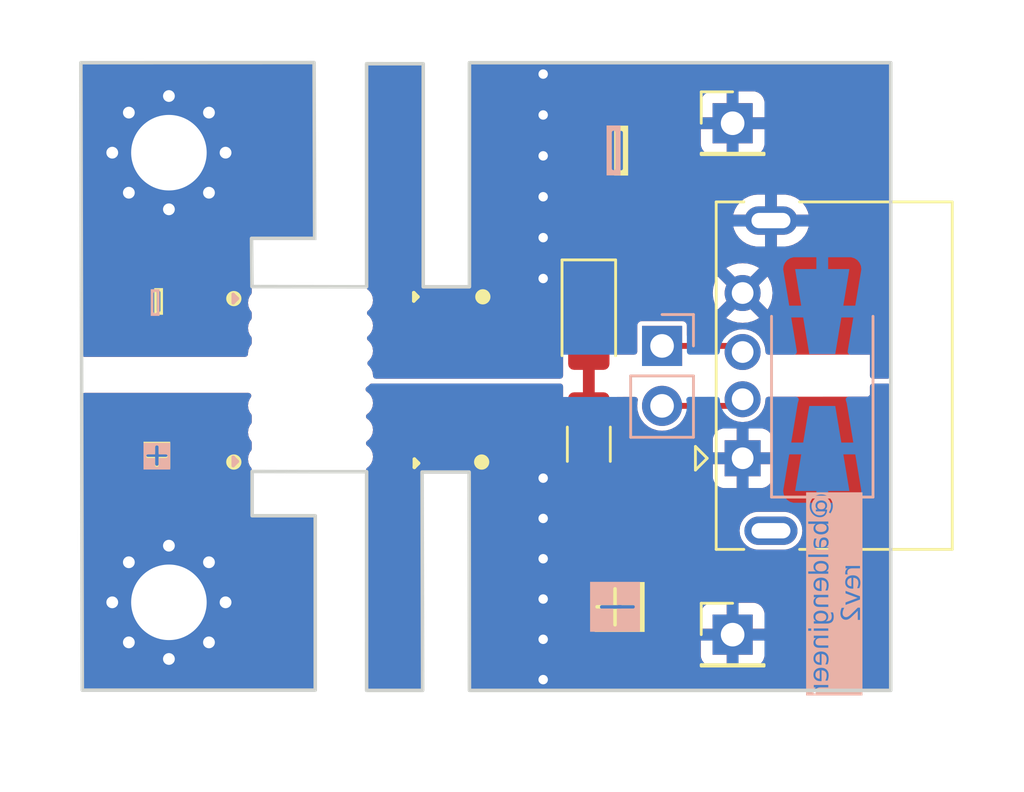
<source format=kicad_pcb>
(kicad_pcb (version 20240108) (generator "pcbnew") (generator_version "8.0")
  (layers (0 "F.Cu" signal) (31 "B.Cu" signal) (34 "B.Paste" user) (35 "F.Paste" user) (36 "B.SilkS" user "B.Silkscreen") (37 "F.SilkS" user "F.Silkscreen") (38 "B.Mask" user) (39 "F.Mask" user) (44 "Edge.Cuts" user))
  (net 0 "")
  (net 1 "GND")
  (net 2 "Net-(J1-D-)")
  (net 3 "Net-(J1-D+)")
  (net 4 "/Positive")
  (net 5 "Net-(D1-A)")
  (footprint "My Libraries:25mil_Hole" (layer "F.Cu") (at 133.05 98.625)
    (property "Reference" "REF**" (hide yes))
    (property "Value" "25mil_Hole")
    (pad "" np_thru_hole circle (at -0.127 -0.2032) (size 0.635 0.635) (drill 0.635) (layers "*.Cu" "*.Mask"))
  )
  (footprint "" (layer "F.Cu") (at 137.075 96.172884)
    (property "Reference" "" (at 0 0 0) (layer "F.SilkS") (effects (font (size 1.27 1.27))))
    (property "Value" "" (at 0 0 0) (layer "F.SilkS") (effects (font (size 1.27 1.27))))
    (pad "" np_thru_hole circle (at 0 0) (size 0.635 0.635) (drill 0.635) (layers "*.Cu" "*.Mask"))
  )
  (footprint "My Libraries:25mil_Hole" (layer "F.Cu") (at 131.943024 99.5432)
    (property "Reference" "REF**" (hide yes))
    (property "Value" "25mil_Hole")
    (pad "" np_thru_hole circle (at -0.127 -0.2032) (size 0.635 0.635) (drill 0.635) (layers "*.Cu" "*.Mask"))
  )
  (footprint "My Libraries:25mil_Hole" (layer "F.Cu") (at 133.05 97.55312)
    (property "Reference" "REF**" (hide yes))
    (property "Value" "25mil_Hole")
    (pad "" np_thru_hole circle (at -0.127 -0.2032) (size 0.635 0.635) (drill 0.635) (layers "*.Cu" "*.Mask"))
  )
  (footprint "Connector_PinHeader_2.54mm:PinHeader_1x01_P2.54mm_Vertical" (layer "F.Cu") (at 152.8826 88.6714)
    (property "Reference" "J3" (hide yes))
    (property "Value" "Negative")
    (fp_line (start -1.33 -1.33) (end 0 -1.33) (stroke (width 0.12)) (layer "F.SilkS"))
    (fp_line (start -1.33 0) (end -1.33 -1.33) (stroke (width 0.12)) (layer "F.SilkS"))
    (fp_line (start -1.33 1.27) (end -1.33 1.33) (stroke (width 0.12)) (layer "F.SilkS"))
    (fp_line (start -1.33 1.27) (end 1.33 1.27) (stroke (width 0.12)) (layer "F.SilkS"))
    (fp_line (start -1.33 1.33) (end 1.33 1.33) (stroke (width 0.12)) (layer "F.SilkS"))
    (fp_line (start 1.33 1.27) (end 1.33 1.33) (stroke (width 0.12)) (layer "F.SilkS"))
    (pad "1" thru_hole rect (at 0 0) (size 1.7 1.7) (drill 1) (layers "*.Cu" "*.Mask") (net 1 "GND"))
  )
  (footprint "My Libraries:25mil_Hole" (layer "F.Cu") (at 133.05 99.6)
    (property "Reference" "REF**" (hide yes))
    (property "Value" "25mil_Hole")
    (pad "" np_thru_hole circle (at -0.127 -0.2032) (size 0.635 0.635) (drill 0.635) (layers "*.Cu" "*.Mask"))
  )
  (footprint "MountingHole:MountingHole_3.2mm_M3_Pad_Via" (layer "F.Cu") (at 129.000138 108.96825)
    (property "Reference" "H1" (hide yes))
    (property "Value" "Positive")
    (pad "1" thru_hole circle (at -2.4 0) (size 0.8 0.8) (drill 0.5) (layers "*.Cu" "*.Mask") (net 4 "/Positive"))
    (pad "1" thru_hole circle (at -1.697056 -1.697056) (size 0.8 0.8) (drill 0.5) (layers "*.Cu" "*.Mask") (net 4 "/Positive"))
    (pad "1" thru_hole circle (at -1.697056 1.697056) (size 0.8 0.8) (drill 0.5) (layers "*.Cu" "*.Mask") (net 4 "/Positive"))
    (pad "1" thru_hole circle (at 0 -2.4) (size 0.8 0.8) (drill 0.5) (layers "*.Cu" "*.Mask") (net 4 "/Positive"))
    (pad "1" thru_hole circle (at 0 0) (size 6.4 6.4) (drill 3.2) (layers "*.Cu" "*.Mask") (net 4 "/Positive"))
    (pad "1" thru_hole circle (at 0 2.4) (size 0.8 0.8) (drill 0.5) (layers "*.Cu" "*.Mask") (net 4 "/Positive"))
    (pad "1" thru_hole circle (at 1.697056 -1.697056) (size 0.8 0.8) (drill 0.5) (layers "*.Cu" "*.Mask") (net 4 "/Positive"))
    (pad "1" thru_hole circle (at 1.697056 1.697056) (size 0.8 0.8) (drill 0.5) (layers "*.Cu" "*.Mask") (net 4 "/Positive"))
    (pad "1" thru_hole circle (at 2.4 0) (size 0.8 0.8) (drill 0.5) (layers "*.Cu" "*.Mask") (net 4 "/Positive"))
  )
  (footprint "" (layer "F.Cu") (at 137.075 102.797952)
    (property "Reference" "" (at 0 0 0) (layer "F.SilkS") (effects (font (size 1.27 1.27))))
    (property "Value" "" (at 0 0 0) (layer "F.SilkS") (effects (font (size 1.27 1.27))))
    (pad "" np_thru_hole circle (at 0 0) (size 0.635 0.635) (drill 0.635) (layers "*.Cu" "*.Mask"))
  )
  (footprint "" (layer "F.Cu") (at 137.075 98.316644)
    (property "Reference" "" (at 0 0 0) (layer "F.SilkS") (effects (font (size 1.27 1.27))))
    (property "Value" "" (at 0 0 0) (layer "F.SilkS") (effects (font (size 1.27 1.27))))
    (pad "" np_thru_hole circle (at 0 0) (size 0.635 0.635) (drill 0.635) (layers "*.Cu" "*.Mask"))
  )
  (footprint "My Libraries:USB_A_GCT_USB1125" (layer "F.Cu") (at 153.3065 102.8648 90)
    (property "Reference" "J1" (hide yes))
    (property "Value" "USB_A")
    (fp_line (start 0.5 -2) (end -0.5 -2) (stroke (width 0.12)) (layer "F.SilkS"))
    (fp_line (start -0.5 -2) (end 0 -1.5) (stroke (width 0.12)) (layer "F.SilkS"))
    (fp_line (start 0 -1.5) (end 0.5 -2) (stroke (width 0.12)) (layer "F.SilkS"))
    (fp_line (start -3.86 -1.12) (end 10.86 -1.12) (stroke (width 0.12)) (layer "F.SilkS"))
    (fp_line (start -3.86 -1.12) (end -3.86 0.0508) (stroke (width 0.12)) (layer "F.SilkS"))
    (fp_line (start 10.86 0.0508) (end 10.86 -1.12) (stroke (width 0.12)) (layer "F.SilkS"))
    (fp_line (start 10.86 2.413) (end 10.86 8.88) (stroke (width 0.12)) (layer "F.SilkS"))
    (fp_line (start -3.86 2.413) (end -3.86 8.88) (stroke (width 0.12)) (layer "F.SilkS"))
    (fp_line (start -3.86 8.88) (end 10.86 8.88) (stroke (width 0.12)) (layer "F.SilkS"))
    (pad "1" thru_hole rect (at 0 0 90) (size 1.524 1.524) (drill 0.92) (layers "*.Cu" "*.Mask") (net 4 "/Positive"))
    (pad "2" thru_hole circle (at 2.5 0 90) (size 1.524 1.524) (drill 0.92) (layers "*.Cu" "*.Mask") (net 2 "Net-(J1-D-)"))
    (pad "3" thru_hole circle (at 4.5 0 90) (size 1.524 1.524) (drill 0.92) (layers "*.Cu" "*.Mask") (net 3 "Net-(J1-D+)"))
    (pad "4" thru_hole circle (at 7 0 90) (size 1.524 1.524) (drill 0.92) (layers "*.Cu" "*.Mask") (net 1 "GND"))
    (pad "5" thru_hole oval (at -3.07 1.2 90) (size 1.2 2.25) (drill oval 0.65 1.65) (layers "*.Cu" "*.Mask") (net 1 "GND"))
    (pad "5" thru_hole oval (at 10.07 1.2 90) (size 1.2 2.25) (drill oval 0.65 1.65) (layers "*.Cu" "*.Mask") (net 1 "GND"))
  )
  (footprint "" (layer "F.Cu") (at 137.075 97.244764)
    (property "Reference" "" (at 0 0 0) (layer "F.SilkS") (effects (font (size 1.27 1.27))))
    (property "Value" "" (at 0 0 0) (layer "F.SilkS") (effects (font (size 1.27 1.27))))
    (pad "" np_thru_hole circle (at 0 0) (size 0.635 0.635) (drill 0.635) (layers "*.Cu" "*.Mask"))
  )
  (footprint "" (layer "F.Cu") (at 137.075 99.363124)
    (property "Reference" "" (at 0 0 0) (layer "F.SilkS") (effects (font (size 1.27 1.27))))
    (property "Value" "" (at 0 0 0) (layer "F.SilkS") (effects (font (size 1.27 1.27))))
    (pad "" np_thru_hole circle (at 0 0) (size 0.635 0.635) (drill 0.635) (layers "*.Cu" "*.Mask"))
  )
  (footprint "Connector_PinHeader_2.54mm:PinHeader_1x01_P2.54mm_Vertical" (layer "F.Cu") (at 152.8826 110.3376)
    (property "Reference" "J2" (hide yes))
    (property "Value" "Positive")
    (fp_line (start -1.33 -1.33) (end 0 -1.33) (stroke (width 0.12)) (layer "F.SilkS"))
    (fp_line (start -1.33 0) (end -1.33 -1.33) (stroke (width 0.12)) (layer "F.SilkS"))
    (fp_line (start -1.33 1.27) (end -1.33 1.33) (stroke (width 0.12)) (layer "F.SilkS"))
    (fp_line (start -1.33 1.27) (end 1.33 1.27) (stroke (width 0.12)) (layer "F.SilkS"))
    (fp_line (start -1.33 1.33) (end 1.33 1.33) (stroke (width 0.12)) (layer "F.SilkS"))
    (fp_line (start 1.33 1.27) (end 1.33 1.33) (stroke (width 0.12)) (layer "F.SilkS"))
    (pad "1" thru_hole rect (at 0 0) (size 1.7 1.7) (drill 1) (layers "*.Cu" "*.Mask") (net 4 "/Positive"))
  )
  (footprint "My Libraries:25mil_Hole" (layer "F.Cu") (at 130.781518 99.5432)
    (property "Reference" "REF**" (hide yes))
    (property "Value" "25mil_Hole")
    (pad "" np_thru_hole circle (at -0.127 -0.2032) (size 0.635 0.635) (drill 0.635) (layers "*.Cu" "*.Mask"))
  )
  (footprint "" (layer "F.Cu") (at 137.075 101.661476)
    (property "Reference" "" (at 0 0 0) (layer "F.SilkS") (effects (font (size 1.27 1.27))))
    (property "Value" "" (at 0 0 0) (layer "F.SilkS") (effects (font (size 1.27 1.27))))
    (pad "" np_thru_hole circle (at 0 0) (size 0.635 0.635) (drill 0.635) (layers "*.Cu" "*.Mask"))
  )
  (footprint "Resistor_SMD:R_1206_3216Metric_Pad1.30x1.75mm_HandSolder" (layer "F.Cu") (at 146.79 102.27 90)
    (property "Reference" "R1" (hide yes))
    (property "Value" "1k")
    (fp_line (start -0.727064 -0.91) (end 0.727064 -0.91) (stroke (width 0.12)) (layer "F.SilkS"))
    (fp_line (start -0.727064 0.91) (end 0.727064 0.91) (stroke (width 0.12)) (layer "F.SilkS"))
    (pad "1" smd roundrect (at -1.55 0 90) (size 1.3 1.75) (layers "F.Cu" "F.Paste" "F.Mask") (roundrect_rratio 0.1923076923) (net 4 "/Positive"))
    (pad "2" smd roundrect (at 1.55 0 90) (size 1.3 1.75) (layers "F.Cu" "F.Paste" "F.Mask") (roundrect_rratio 0.1923076923) (net 5 "Net-(D1-A)"))
  )
  (footprint "My Libraries:25mil_Hole" (layer "F.Cu") (at 133.05 103.106308)
    (property "Reference" "REF**" (hide yes))
    (property "Value" "25mil_Hole")
    (pad "" np_thru_hole circle (at -0.127 -0.2032) (size 0.635 0.635) (drill 0.635) (layers "*.Cu" "*.Mask"))
  )
  (footprint "My Libraries:25mil_Hole" (layer "F.Cu") (at 133.05 96.48124)
    (property "Reference" "REF**" (hide yes))
    (property "Value" "25mil_Hole")
    (pad "" np_thru_hole circle (at -0.127 -0.2032) (size 0.635 0.635) (drill 0.635) (layers "*.Cu" "*.Mask"))
  )
  (footprint "MountingHole:MountingHole_3.2mm_M3_Pad_Via" (layer "F.Cu") (at 129.000138 89.91825)
    (property "Reference" "H2" (hide yes))
    (property "Value" "Negative")
    (pad "1" thru_hole circle (at -2.4 0) (size 0.8 0.8) (drill 0.5) (layers "*.Cu" "*.Mask") (net 1 "GND"))
    (pad "1" thru_hole circle (at -1.697056 -1.697056) (size 0.8 0.8) (drill 0.5) (layers "*.Cu" "*.Mask") (net 1 "GND"))
    (pad "1" thru_hole circle (at -1.697056 1.697056) (size 0.8 0.8) (drill 0.5) (layers "*.Cu" "*.Mask") (net 1 "GND"))
    (pad "1" thru_hole circle (at 0 -2.4) (size 0.8 0.8) (drill 0.5) (layers "*.Cu" "*.Mask") (net 1 "GND"))
    (pad "1" thru_hole circle (at 0 0) (size 6.4 6.4) (drill 3.2) (layers "*.Cu" "*.Mask") (net 1 "GND"))
    (pad "1" thru_hole circle (at 0 2.4) (size 0.8 0.8) (drill 0.5) (layers "*.Cu" "*.Mask") (net 1 "GND"))
    (pad "1" thru_hole circle (at 1.697056 -1.697056) (size 0.8 0.8) (drill 0.5) (layers "*.Cu" "*.Mask") (net 1 "GND"))
    (pad "1" thru_hole circle (at 1.697056 1.697056) (size 0.8 0.8) (drill 0.5) (layers "*.Cu" "*.Mask") (net 1 "GND"))
    (pad "1" thru_hole circle (at 2.4 0) (size 0.8 0.8) (drill 0.5) (layers "*.Cu" "*.Mask") (net 1 "GND"))
  )
  (footprint "My Libraries:25mil_Hole" (layer "F.Cu") (at 128.458506 99.5432)
    (property "Reference" "REF**" (hide yes))
    (property "Value" "25mil_Hole")
    (pad "" np_thru_hole circle (at -0.127 -0.2032) (size 0.635 0.635) (drill 0.635) (layers "*.Cu" "*.Mask"))
  )
  (footprint "" (layer "F.Cu") (at 137.075 100.525)
    (property "Reference" "" (at 0 0 0) (layer "F.SilkS") (effects (font (size 1.27 1.27))))
    (property "Value" "" (at 0 0 0) (layer "F.SilkS") (effects (font (size 1.27 1.27))))
    (pad "" np_thru_hole circle (at 0 0) (size 0.635 0.635) (drill 0.635) (layers "*.Cu" "*.Mask"))
  )
  (footprint "My Libraries:25mil_Hole" (layer "F.Cu") (at 126.135494 99.5432)
    (property "Reference" "REF**" (hide yes))
    (property "Value" "25mil_Hole")
    (pad "" np_thru_hole circle (at -0.127 -0.2032) (size 0.635 0.635) (drill 0.635) (layers "*.Cu" "*.Mask"))
  )
  (footprint "My Libraries:25mil_Hole" (layer "F.Cu") (at 127.297 99.5432)
    (property "Reference" "REF**" (hide yes))
    (property "Value" "25mil_Hole")
    (pad "" np_thru_hole circle (at -0.127 -0.2032) (size 0.635 0.635) (drill 0.635) (layers "*.Cu" "*.Mask"))
  )
  (footprint "My Libraries:25mil_Hole" (layer "F.Cu") (at 133.05 100.833356)
    (property "Reference" "REF**" (hide yes))
    (property "Value" "25mil_Hole")
    (pad "" np_thru_hole circle (at -0.127 -0.2032) (size 0.635 0.635) (drill 0.635) (layers "*.Cu" "*.Mask"))
  )
  (footprint "My Libraries:25mil_Hole" (layer "F.Cu") (at 133.05 101.969832)
    (property "Reference" "REF**" (hide yes))
    (property "Value" "25mil_Hole")
    (pad "" np_thru_hole circle (at -0.127 -0.2032) (size 0.635 0.635) (drill 0.635) (layers "*.Cu" "*.Mask"))
  )
  (footprint "LED_SMD:LED_1206_3216Metric_Pad1.42x1.75mm_HandSolder" (layer "F.Cu") (at 146.79 96.92 -90)
    (property "Reference" "D1" (hide yes))
    (property "Value" "Green")
    (fp_line (start -2.46 1.135) (end 1.6 1.135) (stroke (width 0.12)) (layer "F.SilkS"))
    (fp_line (start -2.46 -1.135) (end -2.46 1.135) (stroke (width 0.12)) (layer "F.SilkS"))
    (fp_line (start 1.6 -1.135) (end -2.46 -1.135) (stroke (width 0.12)) (layer "F.SilkS"))
    (pad "1" smd roundrect (at -1.4875 0 270) (size 1.425 1.75) (layers "F.Cu" "F.Paste" "F.Mask") (roundrect_rratio 0.1754392982) (net 1 "GND"))
    (pad "2" smd roundrect (at 1.4875 0 270) (size 1.425 1.75) (layers "F.Cu" "F.Paste" "F.Mask") (roundrect_rratio 0.1754392982) (net 5 "Net-(D1-A)"))
  )
  (footprint "My Libraries:25mil_Hole" (layer "F.Cu") (at 129.620012 99.5432)
    (property "Reference" "REF**" (hide yes))
    (property "Value" "25mil_Hole")
    (pad "" np_thru_hole circle (at -0.127 -0.2032) (size 0.635 0.635) (drill 0.635) (layers "*.Cu" "*.Mask"))
  )
  (footprint "Connector_PinHeader_2.54mm:PinHeader_1x02_P2.54mm_Vertical" (layer "B.Cu") (at 149.89325 98.1058 180)
    (property "Reference" "J4" (hide yes))
    (property "Value" "Data")
    (fp_line (start 1.33 -1.27) (end 1.33 -3.87) (stroke (width 0.12)) (layer "B.SilkS"))
    (fp_line (start -1.33 1.33) (end 0 1.33) (stroke (width 0.12)) (layer "B.SilkS"))
    (fp_line (start -1.33 0) (end -1.33 1.33) (stroke (width 0.12)) (layer "B.SilkS"))
    (fp_line (start -1.33 -1.27) (end 1.33 -1.27) (stroke (width 0.12)) (layer "B.SilkS"))
    (fp_line (start -1.33 -1.27) (end -1.33 -3.87) (stroke (width 0.12)) (layer "B.SilkS"))
    (fp_line (start -1.33 -3.87) (end 1.33 -3.87) (stroke (width 0.12)) (layer "B.SilkS"))
    (pad "1" thru_hole rect (at 0 0 180) (size 1.7 1.7) (drill 1) (layers "*.Cu" "*.Mask") (net 3 "Net-(J1-D+)"))
    (pad "2" thru_hole oval (at 0 -2.54 180) (size 1.7 1.7) (drill 1) (layers "*.Cu" "*.Mask") (net 2 "Net-(J1-D-)"))
  )
  (footprint "Diode_SMD:D_SMA-SMB_Universal_Handsoldering" (layer "B.Cu") (at 156.68 99.55 90)
    (property "Reference" "D2" (hide yes))
    (property "Value" "SMBJ6.0A")
    (fp_line (start -4.96 -2.15) (end 2.7 -2.15) (stroke (width 0.12)) (layer "B.SilkS"))
    (fp_line (start -4.96 2.15) (end -4.96 -2.15) (stroke (width 0.12)) (layer "B.SilkS"))
    (fp_line (start -4.96 2.15) (end 2.7 2.15) (stroke (width 0.12)) (layer "B.SilkS"))
    (pad "1" smd trapezoid (at -2.9 0 90) (size 3.6 1.7) (rect_delta 0.6 0) (layers "B.Cu" "B.Paste" "B.Mask") (net 4 "/Positive"))
    (pad "2" smd trapezoid (at 2.9 0 270) (size 3.6 1.7) (rect_delta 0.6 0) (layers "B.Cu" "B.Paste" "B.Mask") (net 1 "GND"))
  )
  (gr_line (start 131.725 95.925) (end 131.725 96.275) (stroke (width 0.15)) (layer "B.SilkS"))
  (gr_line (start 131.725 95.95) (end 131.725 95.925) (stroke (width 0.15)) (layer "B.SilkS"))
  (gr_line (start 131.725 103.175) (end 131.9 103) (stroke (width 0.15)) (layer "B.SilkS"))
  (gr_line (start 131.725 96.275) (end 131.9 96.1) (stroke (width 0.15)) (layer "B.SilkS"))
  (gr_line (start 131.725 95.925) (end 131.9 96.1) (stroke (width 0.15)) (layer "B.SilkS"))
  (gr_line (start 131.725 102.825) (end 131.725 103.175) (stroke (width 0.15)) (layer "B.SilkS"))
  (gr_line (start 131.725 102.85) (end 131.725 102.825) (stroke (width 0.15)) (layer "B.SilkS"))
  (gr_line (start 131.725 102.825) (end 131.9 103) (stroke (width 0.15)) (layer "B.SilkS"))
  (gr_line (start 139.575 103.075) (end 139.4 103.25) (stroke (width 0.15)) (layer "F.SilkS"))
  (gr_circle (center 131.75 96.1) (end 131.997487 96.1) (stroke (width 0.15)) (fill solid) (layer "F.SilkS"))
  (gr_circle (center 131.75 103.025) (end 131.997487 103.025) (stroke (width 0.15)) (fill solid) (layer "F.SilkS"))
  (gr_circle (center 142.3 96.025) (end 142.547487 96.025) (stroke (width 0.15)) (fill solid) (layer "F.SilkS"))
  (gr_line (start 139.375 95.85) (end 139.375 96.2) (stroke (width 0.15)) (layer "F.SilkS"))
  (gr_line (start 139.575 103.075) (end 139.4 102.9) (stroke (width 0.15)) (layer "F.SilkS"))
  (gr_circle (center 142.25 103.025) (end 142.497487 103.025) (stroke (width 0.15)) (fill solid) (layer "F.SilkS"))
  (gr_line (start 139.4 103.25) (end 139.4 103.225) (stroke (width 0.15)) (layer "F.SilkS"))
  (gr_line (start 139.55 96.025) (end 139.375 95.85) (stroke (width 0.15)) (layer "F.SilkS"))
  (gr_line (start 139.4 102.9) (end 139.4 103.25) (stroke (width 0.15)) (layer "F.SilkS"))
  (gr_line (start 139.55 96.025) (end 139.375 96.2) (stroke (width 0.15)) (layer "F.SilkS"))
  (gr_line (start 139.375 96.2) (end 139.375 96.175) (stroke (width 0.15)) (layer "F.SilkS"))
  (gr_poly (pts (xy 125.2702 86.106) (xy 135.15 86.1) (xy 135.175 93.5482) (xy 132.5 93.5482) (xy 132.517627 95.590973) (xy 137.375 95.6) (xy 137.373381 86.149359) (xy 139.775 86.15) (xy 139.775012 94.8) (xy 139.775 95.6) (xy 141.732 95.6) (xy 141.732 86.106) (xy 159.581 86.106) (xy 159.581 112.6998) (xy 141.732 112.6998) (xy 141.720678 103.45) (xy 139.725 103.45) (xy 139.75 112.7) (xy 137.375 112.7) (xy 137.375709 103.4326) (xy 135.12 103.4326) (xy 132.525 103.425) (xy 132.525 105.3) (xy 135.2 105.3) (xy 135.2 112.689823) (xy 125.331349 112.689451)) (stroke (width 0.15)) (fill none) (layer "Edge.Cuts"))
  (gr_text "+" (at 149.237695 110.172505 0) (layer "B.SilkS" knockout) (effects (font (size 2 2)) (justify left bottom mirror)))
  (gr_text "-" (at 146.8246 91.1606 -90) (layer "B.SilkS" knockout) (effects (font (size 2 2)) (justify left bottom mirror)))
  (gr_text "@baldengineer\nrev2" (at 157.275 108.575 90) (layer "B.SilkS" knockout) (effects (font (size 0.8 0.8)) (justify mirror)))
  (gr_text "-" (at 128.4895 96.26765 -90) (layer "B.SilkS" knockout) (effects (font (size 1 1)) (justify mirror)))
  (gr_text "+" (at 128.4895 102.703 0) (layer "B.SilkS" knockout) (effects (font (size 1 1)) (justify mirror)))
  (gr_text "+" (at 128.4895 102.656775 0) (layer "F.SilkS" knockout) (effects (font (size 1 1))))
  (gr_text "-" (at 149.1742 91.166995 90) (layer "F.SilkS" knockout) (effects (font (size 2 2)) (justify left bottom)))
  (gr_text "+" (at 146.761105 110.1789 0) (layer "F.SilkS" knockout) (effects (font (size 2 2)) (justify left bottom)))
  (gr_text "-" (at 128.4895 96.221425 90) (layer "F.SilkS" knockout) (effects (font (size 1 1))))
  (segment (start 138.5 88.45) (end 138.5 91.25) (width 0.25) (layer "F.Cu") (net 1))
  (via (at 144.8562 86.5886) (size 0.8) (drill 0.4) (layers "F.Cu" "B.Cu") (net 1))
  (via (at 144.8562 95.25) (size 0.8) (drill 0.4) (layers "F.Cu" "B.Cu") (net 1))
  (via (at 144.8562 88.32088) (size 0.8) (drill 0.4) (layers "F.Cu" "B.Cu") (net 1))
  (via (at 144.8562 90.05316) (size 0.8) (drill 0.4) (layers "F.Cu" "B.Cu") (net 1))
  (via (at 144.8562 91.78544) (size 0.8) (drill 0.4) (layers "F.Cu" "B.Cu") (net 1))
  (via (at 144.8562 93.51772) (size 0.8) (drill 0.4) (layers "F.Cu" "B.Cu") (net 1))
  (segment (start 138.5 88.475) (end 138.5 91.275) (width 0.25) (layer "B.Cu") (net 1))
  (segment (start 149.89325 100.6458) (end 153.0255 100.6458) (width 0.25) (layer "F.Cu") (net 2))
  (segment (start 153.0255 100.6458) (end 153.3065 100.3648) (width 0.25) (layer "F.Cu") (net 2))
  (segment (start 149.89325 98.1058) (end 153.0475 98.1058) (width 0.25) (layer "F.Cu") (net 3))
  (segment (start 153.0475 98.1058) (end 153.3065 98.3648) (width 0.25) (layer "F.Cu") (net 3))
  (via (at 144.8562 110.53572) (size 0.8) (drill 0.4) (layers "F.Cu" "B.Cu") (net 4))
  (via (at 144.8562 105.41508) (size 0.8) (drill 0.4) (layers "F.Cu" "B.Cu") (net 4))
  (via (at 144.8562 107.12196) (size 0.8) (drill 0.4) (layers "F.Cu" "B.Cu") (net 4))
  (via (at 144.8562 103.7082) (size 0.8) (drill 0.4) (layers "F.Cu" "B.Cu") (net 4))
  (via (at 144.8562 108.82884) (size 0.8) (drill 0.4) (layers "F.Cu" "B.Cu") (net 4))
  (via (at 144.8562 112.2426) (size 0.8) (drill 0.4) (layers "F.Cu" "B.Cu") (net 4))
  (segment (start 146.79 98.4075) (end 146.79 100.72) (width 0.5) (layer "F.Cu") (net 5))
  (zone (net 4) (net_name "/Positive") (layers "F&B.Cu") (priority 1) (connect_pads yes (clearance 0)) (min_thickness 0.25) (fill yes (thermal_gap 0.5) (thermal_bridge_width 0.5) (island_removal_mode 1) (island_area_min 10))
    (polygon (pts (xy 124.55 116.55) (xy 124.55 105.8) (xy 125.575 104.775) (xy 132 104.775) (xy 133.225 106) (xy 133.225 113.675) (xy 130.975 115.925) (xy 124.875 115.925) (xy 124.875 116.225)))
  )
  (zone (net 1) (net_name "GND") (layers "F&B.Cu") (connect_pads yes (clearance 0)) (min_thickness 0.25) (fill yes (thermal_gap 0.5) (thermal_bridge_width 0.5) (island_removal_mode 1) (island_area_min 10))
    (polygon (pts (xy 125.1 83.475) (xy 133.325 83.475) (xy 133.325 92.575) (xy 131.875 94.025) (xy 125.125 94.025) (xy 124.9 94.25) (xy 124.45 93.8) (xy 124.45 83.925) (xy 124.925 83.45) (xy 125.125 83.45)))
  )
  (zone (net 4) (net_name "/Positive") (layers "F&B.Cu") (priority 1) (connect_pads (clearance 0)) (min_thickness 0.25) (fill yes (thermal_gap 0.5) (thermal_bridge_width 0.5) (island_removal_mode 1) (island_area_min 10))
    (polygon (pts (xy 162.55 114.675) (xy 162.55 99.8) (xy 162.45 99.7) (xy 122.5 99.7) (xy 122.5 113.725) (xy 123.45 114.675)))
  )
  (zone (net 0) (net_name "") (layers "F&B.Cu") (connect_pads (clearance 0)) (min_thickness 0.254)
    (keepout (tracks allowed) (vias allowed) (pads allowed) (copperpour not_allowed) (footprints allowed))
    (fill (thermal_gap 0.254) (thermal_bridge_width 1.016) (island_removal_mode 2) (island_area_min 10))
    (polygon (pts (xy 158.6992 98.4758) (xy 145.7 98.4758) (xy 145.7 100.26881) (xy 158.623 100.2538) (xy 158.6992 100.1776)))
  )
  (zone (net 1) (net_name "GND") (layers "F&B.Cu") (connect_pads (clearance 0)) (min_thickness 0.25) (fill yes (thermal_gap 0.5) (thermal_bridge_width 0.5) (island_removal_mode 1) (island_area_min 10))
    (polygon (pts (xy 123.55 84.85) (xy 160 84.85) (xy 160.8 85.65) (xy 160.8 99.5) (xy 123.975 99.5) (xy 122.8 98.325) (xy 122.8 85.6) (xy 123.5 84.9)))
  )
  (zone (net 0) (net_name "") (layers "F&B.Cu" "User.5") (connect_pads (clearance 0)) (min_thickness 0.254)
    (keepout (tracks not_allowed) (vias not_allowed) (pads allowed) (copperpour not_allowed) (footprints allowed))
    (fill (thermal_gap 0.254) (thermal_bridge_width 1.016) (island_removal_mode 2) (island_area_min 10))
    (polygon (pts (xy 132.50788 95.55705) (xy 137.28308 95.55705) (xy 137.28308 103.40565) (xy 132.50788 103.40565)))
  )
  (zone (net 0) (net_name "") (layers "F&B.Cu" "User.5") (connect_pads (clearance 0)) (min_thickness 0.254)
    (keepout (tracks not_allowed) (vias not_allowed) (pads allowed) (copperpour not_allowed) (footprints allowed))
    (fill (thermal_gap 0.254) (thermal_bridge_width 1.016) (island_removal_mode 2) (island_area_min 10))
    (polygon (pts (xy 125.118644 98.56965) (xy 136.096644 98.56965) (xy 136.096644 99.83965) (xy 136.096644 100.09365) (xy 125.118644 100.09365)))
  )
)
</source>
